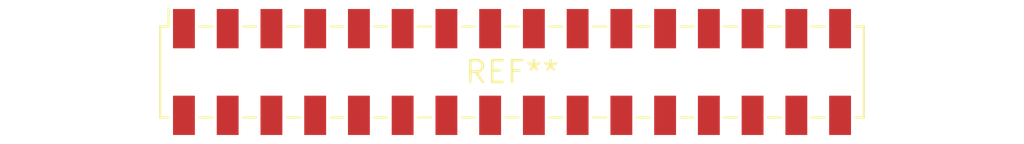
<source format=kicad_pcb>
(kicad_pcb (version 20240108) (generator pcbnew)
  (layers (0 "F.Cu" signal) (31 "B.Cu" signal) (34 "B.Paste" user) (35 "F.Paste" user) (36 "B.SilkS" user "B.Silkscreen") (37 "F.SilkS" user "F.Silkscreen") (38 "B.Mask" user) (39 "F.Mask" user) (44 "Edge.Cuts" user))
  (net 0 "")
  (footprint "Samtec_HLE-116-02-xxx-DV-LC_2x16_P2.54mm_Horizontal" (layer "F.Cu") (at 0 0)
    (property "Reference" "REF**")
    (property "Value" "Samtec_HLE-116-02-xxx-DV-LC_2x16_P2.54mm_Horizontal")
    (fp_line (start -20.43 -2.65) (end -20.43 2.65) (layer "F.SilkS") (stroke (width 0.12)))
    (fp_line (start -20.43 2.65) (end -19.945 2.65) (layer "F.SilkS") (stroke (width 0.12)))
    (fp_line (start -19.945 -3.67) (end -19.945 -2.65) (layer "F.SilkS") (stroke (width 0.12)))
    (fp_line (start -19.945 -2.65) (end -20.43 -2.65) (layer "F.SilkS") (stroke (width 0.12)))
    (fp_line (start -18.155 -2.65) (end -17.405 -2.65) (layer "F.SilkS") (stroke (width 0.12)))
    (fp_line (start -18.155 2.65) (end -17.405 2.65) (layer "F.SilkS") (stroke (width 0.12)))
    (fp_line (start -15.615 -2.65) (end -14.865 -2.65) (layer "F.SilkS") (stroke (width 0.12)))
    (fp_line (start -15.615 2.65) (end -14.865 2.65) (layer "F.SilkS") (stroke (width 0.12)))
    (fp_line (start -13.075 -2.65) (end -12.325 -2.65) (layer "F.SilkS") (stroke (width 0.12)))
    (fp_line (start -13.075 2.65) (end -12.325 2.65) (layer "F.SilkS") (stroke (width 0.12)))
    (fp_line (start -10.535 -2.65) (end -9.785 -2.65) (layer "F.SilkS") (stroke (width 0.12)))
    (fp_line (start -10.535 2.65) (end -9.785 2.65) (layer "F.SilkS") (stroke (width 0.12)))
    (fp_line (start -7.995 -2.65) (end -7.245 -2.65) (layer "F.SilkS") (stroke (width 0.12)))
    (fp_line (start -7.995 2.65) (end -7.245 2.65) (layer "F.SilkS") (stroke (width 0.12)))
    (fp_line (start -5.455 -2.65) (end -4.705 -2.65) (layer "F.SilkS") (stroke (width 0.12)))
    (fp_line (start -5.455 2.65) (end -4.705 2.65) (layer "F.SilkS") (stroke (width 0.12)))
    (fp_line (start -2.915 -2.65) (end -2.165 -2.65) (layer "F.SilkS") (stroke (width 0.12)))
    (fp_line (start -2.915 2.65) (end -2.165 2.65) (layer "F.SilkS") (stroke (width 0.12)))
    (fp_line (start -0.375 -2.65) (end 0.375 -2.65) (layer "F.SilkS") (stroke (width 0.12)))
    (fp_line (start -0.375 2.65) (end 0.375 2.65) (layer "F.SilkS") (stroke (width 0.12)))
    (fp_line (start 2.165 -2.65) (end 2.915 -2.65) (layer "F.SilkS") (stroke (width 0.12)))
    (fp_line (start 2.165 2.65) (end 2.915 2.65) (layer "F.SilkS") (stroke (width 0.12)))
    (fp_line (start 4.705 -2.65) (end 5.455 -2.65) (layer "F.SilkS") (stroke (width 0.12)))
    (fp_line (start 4.705 2.65) (end 5.455 2.65) (layer "F.SilkS") (stroke (width 0.12)))
    (fp_line (start 7.245 -2.65) (end 7.995 -2.65) (layer "F.SilkS") (stroke (width 0.12)))
    (fp_line (start 7.245 2.65) (end 7.995 2.65) (layer "F.SilkS") (stroke (width 0.12)))
    (fp_line (start 9.785 -2.65) (end 10.535 -2.65) (layer "F.SilkS") (stroke (width 0.12)))
    (fp_line (start 9.785 2.65) (end 10.535 2.65) (layer "F.SilkS") (stroke (width 0.12)))
    (fp_line (start 12.325 -2.65) (end 13.075 -2.65) (layer "F.SilkS") (stroke (width 0.12)))
    (fp_line (start 12.325 2.65) (end 13.075 2.65) (layer "F.SilkS") (stroke (width 0.12)))
    (fp_line (start 14.865 -2.65) (end 15.615 -2.65) (layer "F.SilkS") (stroke (width 0.12)))
    (fp_line (start 14.865 2.65) (end 15.615 2.65) (layer "F.SilkS") (stroke (width 0.12)))
    (fp_line (start 17.405 -2.65) (end 18.155 -2.65) (layer "F.SilkS") (stroke (width 0.12)))
    (fp_line (start 17.405 2.65) (end 18.155 2.65) (layer "F.SilkS") (stroke (width 0.12)))
    (fp_line (start 19.945 -2.65) (end 20.43 -2.65) (layer "F.SilkS") (stroke (width 0.12)))
    (fp_line (start 20.43 -2.65) (end 20.43 2.65) (layer "F.SilkS") (stroke (width 0.12)))
    (fp_line (start 20.43 2.65) (end 19.945 2.65) (layer "F.SilkS") (stroke (width 0.12)))
    (pad "" np_thru_hole circle (at -17.78 0) (size 1.19 1.19) (drill 1.19) (layers *.Cu *.Mask))
    (pad "" np_thru_hole circle (at 17.78 0) (size 1.19 1.19) (drill 1.19) (layers *.Cu *.Mask))
    (pad "1" smd rect (at -19.05 -2.525) (size 1.27 2.29) (layers "F.Cu" "F.Paste" "F.Mask"))
    (pad "2" smd rect (at -19.05 2.525) (size 1.27 2.29) (layers "F.Cu" "F.Paste" "F.Mask"))
    (pad "3" smd rect (at -16.51 -2.525) (size 1.27 2.29) (layers "F.Cu" "F.Paste" "F.Mask"))
    (pad "4" smd rect (at -16.51 2.525) (size 1.27 2.29) (layers "F.Cu" "F.Paste" "F.Mask"))
    (pad "5" smd rect (at -13.97 -2.525) (size 1.27 2.29) (layers "F.Cu" "F.Paste" "F.Mask"))
    (pad "6" smd rect (at -13.97 2.525) (size 1.27 2.29) (layers "F.Cu" "F.Paste" "F.Mask"))
    (pad "7" smd rect (at -11.43 -2.525) (size 1.27 2.29) (layers "F.Cu" "F.Paste" "F.Mask"))
    (pad "8" smd rect (at -11.43 2.525) (size 1.27 2.29) (layers "F.Cu" "F.Paste" "F.Mask"))
    (pad "9" smd rect (at -8.89 -2.525) (size 1.27 2.29) (layers "F.Cu" "F.Paste" "F.Mask"))
    (pad "10" smd rect (at -8.89 2.525) (size 1.27 2.29) (layers "F.Cu" "F.Paste" "F.Mask"))
    (pad "11" smd rect (at -6.35 -2.525) (size 1.27 2.29) (layers "F.Cu" "F.Paste" "F.Mask"))
    (pad "12" smd rect (at -6.35 2.525) (size 1.27 2.29) (layers "F.Cu" "F.Paste" "F.Mask"))
    (pad "13" smd rect (at -3.81 -2.525) (size 1.27 2.29) (layers "F.Cu" "F.Paste" "F.Mask"))
    (pad "14" smd rect (at -3.81 2.525) (size 1.27 2.29) (layers "F.Cu" "F.Paste" "F.Mask"))
    (pad "15" smd rect (at -1.27 -2.525) (size 1.27 2.29) (layers "F.Cu" "F.Paste" "F.Mask"))
    (pad "16" smd rect (at -1.27 2.525) (size 1.27 2.29) (layers "F.Cu" "F.Paste" "F.Mask"))
    (pad "17" smd rect (at 1.27 -2.525) (size 1.27 2.29) (layers "F.Cu" "F.Paste" "F.Mask"))
    (pad "18" smd rect (at 1.27 2.525) (size 1.27 2.29) (layers "F.Cu" "F.Paste" "F.Mask"))
    (pad "19" smd rect (at 3.81 -2.525) (size 1.27 2.29) (layers "F.Cu" "F.Paste" "F.Mask"))
    (pad "20" smd rect (at 3.81 2.525) (size 1.27 2.29) (layers "F.Cu" "F.Paste" "F.Mask"))
    (pad "21" smd rect (at 6.35 -2.525) (size 1.27 2.29) (layers "F.Cu" "F.Paste" "F.Mask"))
    (pad "22" smd rect (at 6.35 2.525) (size 1.27 2.29) (layers "F.Cu" "F.Paste" "F.Mask"))
    (pad "23" smd rect (at 8.89 -2.525) (size 1.27 2.29) (layers "F.Cu" "F.Paste" "F.Mask"))
    (pad "24" smd rect (at 8.89 2.525) (size 1.27 2.29) (layers "F.Cu" "F.Paste" "F.Mask"))
    (pad "25" smd rect (at 11.43 -2.525) (size 1.27 2.29) (layers "F.Cu" "F.Paste" "F.Mask"))
    (pad "26" smd rect (at 11.43 2.525) (size 1.27 2.29) (layers "F.Cu" "F.Paste" "F.Mask"))
    (pad "27" smd rect (at 13.97 -2.525) (size 1.27 2.29) (layers "F.Cu" "F.Paste" "F.Mask"))
    (pad "28" smd rect (at 13.97 2.525) (size 1.27 2.29) (layers "F.Cu" "F.Paste" "F.Mask"))
    (pad "29" smd rect (at 16.51 -2.525) (size 1.27 2.29) (layers "F.Cu" "F.Paste" "F.Mask"))
    (pad "30" smd rect (at 16.51 2.525) (size 1.27 2.29) (layers "F.Cu" "F.Paste" "F.Mask"))
    (pad "31" smd rect (at 19.05 -2.525) (size 1.27 2.29) (layers "F.Cu" "F.Paste" "F.Mask"))
    (pad "32" smd rect (at 19.05 2.525) (size 1.27 2.29) (layers "F.Cu" "F.Paste" "F.Mask"))
  )
)
</source>
